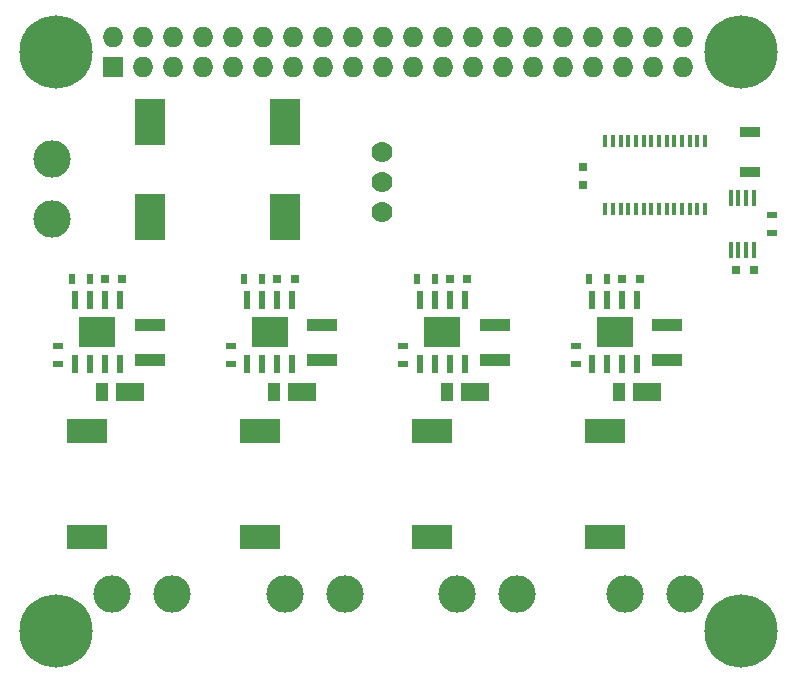
<source format=gts>
G04 #@! TF.GenerationSoftware,KiCad,Pcbnew,(2018-01-11 revision 6f2beeb)-master*
G04 #@! TF.CreationDate,2018-01-26T06:56:05-06:00*
G04 #@! TF.ProjectId,RPi-HAT-RGBW-LED-Controller,5250692D4841542D524742572D4C4544,rev?*
G04 #@! TF.SameCoordinates,Original*
G04 #@! TF.FileFunction,Soldermask,Top*
G04 #@! TF.FilePolarity,Negative*
%FSLAX46Y46*%
G04 Gerber Fmt 4.6, Leading zero omitted, Abs format (unit mm)*
G04 Created by KiCad (PCBNEW (2018-01-11 revision 6f2beeb)-master) date Friday, January 26, 2018 'AMt' 06:56:05 AM*
%MOMM*%
%LPD*%
G01*
G04 APERTURE LIST*
%ADD10R,2.500000X4.000000*%
%ADD11C,3.175000*%
%ADD12R,2.400000X1.500000*%
%ADD13R,1.050000X1.500000*%
%ADD14R,2.500000X1.000000*%
%ADD15R,0.500000X0.900000*%
%ADD16R,0.800000X0.750000*%
%ADD17R,3.500000X2.000000*%
%ADD18R,3.100000X2.600000*%
%ADD19R,0.600000X1.550000*%
%ADD20R,0.900000X0.500000*%
%ADD21C,6.200000*%
%ADD22R,1.727200X1.727200*%
%ADD23O,1.727200X1.727200*%
%ADD24R,0.750000X0.800000*%
%ADD25R,0.400000X1.100000*%
%ADD26R,1.700000X0.900000*%
%ADD27C,1.778000*%
%ADD28R,0.450000X1.450000*%
G04 APERTURE END LIST*
D10*
X48895000Y-39434000D03*
X48895000Y-47434000D03*
D11*
X77724000Y-79375000D03*
X82804000Y-79375000D03*
X34290000Y-79375000D03*
X39370000Y-79375000D03*
X48895000Y-79375000D03*
X53975000Y-79375000D03*
X63500000Y-79375000D03*
X68580000Y-79375000D03*
X29210000Y-42545000D03*
X29210000Y-47625000D03*
D12*
X79615400Y-62230000D03*
D13*
X77240400Y-62230000D03*
D14*
X81280000Y-59577100D03*
X81280000Y-56577100D03*
D15*
X74700000Y-52705000D03*
X76200000Y-52705000D03*
D16*
X77470000Y-52705000D03*
X78970000Y-52705000D03*
D17*
X75996800Y-65527800D03*
X75996800Y-74527800D03*
D18*
X76835000Y-57150000D03*
D19*
X78740000Y-54450000D03*
X77470000Y-54450000D03*
X76200000Y-54450000D03*
X74930000Y-54450000D03*
X74930000Y-59850000D03*
X76200000Y-59850000D03*
X77470000Y-59850000D03*
X78740000Y-59850000D03*
D20*
X73533000Y-58350000D03*
X73533000Y-59850000D03*
D16*
X62865000Y-52705000D03*
X64365000Y-52705000D03*
D15*
X60095000Y-52705000D03*
X61595000Y-52705000D03*
D14*
X66675000Y-59577100D03*
X66675000Y-56577100D03*
D12*
X65010400Y-62230000D03*
D13*
X62635400Y-62230000D03*
D20*
X58928000Y-58350000D03*
X58928000Y-59850000D03*
D18*
X62230000Y-57150000D03*
D19*
X64135000Y-54450000D03*
X62865000Y-54450000D03*
X61595000Y-54450000D03*
X60325000Y-54450000D03*
X60325000Y-59850000D03*
X61595000Y-59850000D03*
X62865000Y-59850000D03*
X64135000Y-59850000D03*
D16*
X48260000Y-52705000D03*
X49760000Y-52705000D03*
D15*
X45490000Y-52705000D03*
X46990000Y-52705000D03*
D14*
X52070000Y-59577100D03*
X52070000Y-56577100D03*
D12*
X50405400Y-62230000D03*
D13*
X48030400Y-62230000D03*
D20*
X44323000Y-58350000D03*
X44323000Y-59850000D03*
D18*
X47625000Y-57150000D03*
D19*
X49530000Y-54450000D03*
X48260000Y-54450000D03*
X46990000Y-54450000D03*
X45720000Y-54450000D03*
X45720000Y-59850000D03*
X46990000Y-59850000D03*
X48260000Y-59850000D03*
X49530000Y-59850000D03*
D21*
X87500000Y-33500000D03*
X87500000Y-82500000D03*
X29500000Y-82500000D03*
X29500000Y-33500000D03*
D22*
X34370000Y-34770000D03*
D23*
X34370000Y-32230000D03*
X36910000Y-34770000D03*
X36910000Y-32230000D03*
X39450000Y-34770000D03*
X39450000Y-32230000D03*
X41990000Y-34770000D03*
X41990000Y-32230000D03*
X44530000Y-34770000D03*
X44530000Y-32230000D03*
X47070000Y-34770000D03*
X47070000Y-32230000D03*
X49610000Y-34770000D03*
X49610000Y-32230000D03*
X52150000Y-34770000D03*
X52150000Y-32230000D03*
X54690000Y-34770000D03*
X54690000Y-32230000D03*
X57230000Y-34770000D03*
X57230000Y-32230000D03*
X59770000Y-34770000D03*
X59770000Y-32230000D03*
X62310000Y-34770000D03*
X62310000Y-32230000D03*
X64850000Y-34770000D03*
X64850000Y-32230000D03*
X67390000Y-34770000D03*
X67390000Y-32230000D03*
X69930000Y-34770000D03*
X69930000Y-32230000D03*
X72470000Y-34770000D03*
X72470000Y-32230000D03*
X75010000Y-34770000D03*
X75010000Y-32230000D03*
X77550000Y-34770000D03*
X77550000Y-32230000D03*
X80090000Y-34770000D03*
X80090000Y-32230000D03*
X82630000Y-34770000D03*
X82630000Y-32230000D03*
D24*
X74163182Y-44692000D03*
X74163182Y-43192000D03*
D25*
X76034182Y-46736000D03*
X76684182Y-46736000D03*
X77334182Y-46736000D03*
X77984182Y-46736000D03*
X78634182Y-46736000D03*
X79284182Y-46736000D03*
X79934182Y-46736000D03*
X80584182Y-46736000D03*
X81234182Y-46736000D03*
X81884182Y-46736000D03*
X82534182Y-46736000D03*
X83184182Y-46736000D03*
X83834182Y-46736000D03*
X84484182Y-46736000D03*
X84484182Y-41036000D03*
X83834182Y-41036000D03*
X83184182Y-41036000D03*
X82534182Y-41036000D03*
X81884182Y-41036000D03*
X81234182Y-41036000D03*
X80584182Y-41036000D03*
X79934182Y-41036000D03*
X79284182Y-41036000D03*
X78634182Y-41036000D03*
X77984182Y-41036000D03*
X77334182Y-41036000D03*
X76684182Y-41036000D03*
X76034182Y-41036000D03*
D26*
X88265000Y-43610000D03*
X88265000Y-40210000D03*
D16*
X33655000Y-52705000D03*
X35155000Y-52705000D03*
D14*
X37465000Y-59577100D03*
X37465000Y-56577100D03*
D20*
X29718000Y-58350000D03*
X29718000Y-59850000D03*
D15*
X30885000Y-52705000D03*
X32385000Y-52705000D03*
D12*
X35800400Y-62230000D03*
D13*
X33425400Y-62230000D03*
D18*
X33020000Y-57150000D03*
D19*
X34925000Y-54450000D03*
X33655000Y-54450000D03*
X32385000Y-54450000D03*
X31115000Y-54450000D03*
X31115000Y-59850000D03*
X32385000Y-59850000D03*
X33655000Y-59850000D03*
X34925000Y-59850000D03*
D17*
X32181800Y-65527800D03*
X32181800Y-74527800D03*
X46786800Y-65527800D03*
X46786800Y-74527800D03*
X61391800Y-65527800D03*
X61391800Y-74527800D03*
D27*
X57150000Y-46990000D03*
X57150000Y-44450000D03*
X57150000Y-41910000D03*
D10*
X37465000Y-39434000D03*
X37465000Y-47434000D03*
D16*
X88634000Y-51943000D03*
X87134000Y-51943000D03*
D20*
X90170000Y-47256000D03*
X90170000Y-48756000D03*
D28*
X88605000Y-50206000D03*
X87955000Y-50206000D03*
X87305000Y-50206000D03*
X86655000Y-50206000D03*
X86655000Y-45806000D03*
X87305000Y-45806000D03*
X87955000Y-45806000D03*
X88605000Y-45806000D03*
M02*

</source>
